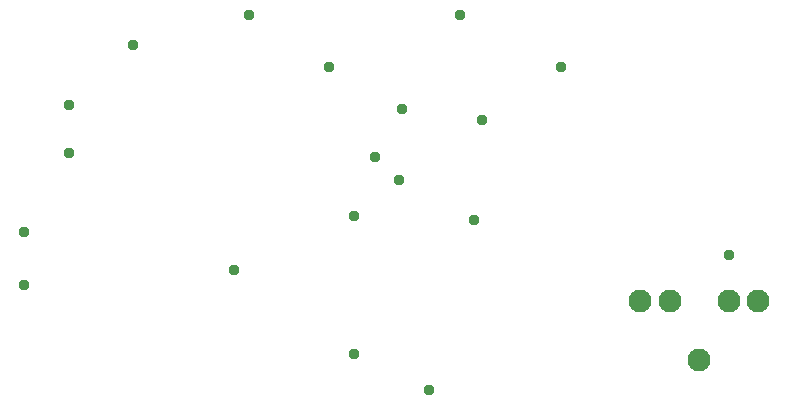
<source format=gbr>
G04 EAGLE Gerber RS-274X export*
G75*
%MOMM*%
%FSLAX34Y34*%
%LPD*%
%INEAGLE Copper Layer 2*%
%IPPOS*%
%AMOC8*
5,1,8,0,0,1.08239X$1,22.5*%
G01*
%ADD10C,1.950000*%
%ADD11C,0.952500*%


D10*
X584200Y38100D03*
X559200Y88100D03*
X534200Y88100D03*
X609200Y88100D03*
X634200Y88100D03*
D11*
X467360Y285750D03*
X332740Y250190D03*
X400050Y241300D03*
X381300Y330200D03*
X50800Y254000D03*
X309880Y209550D03*
X104267Y304800D03*
X330200Y190500D03*
X270510Y285750D03*
X609200Y127000D03*
X292100Y160020D03*
X393700Y156210D03*
X203200Y330200D03*
X50800Y213320D03*
X190500Y114300D03*
X292100Y43180D03*
X12700Y101600D03*
X355600Y12700D03*
X12700Y146050D03*
M02*

</source>
